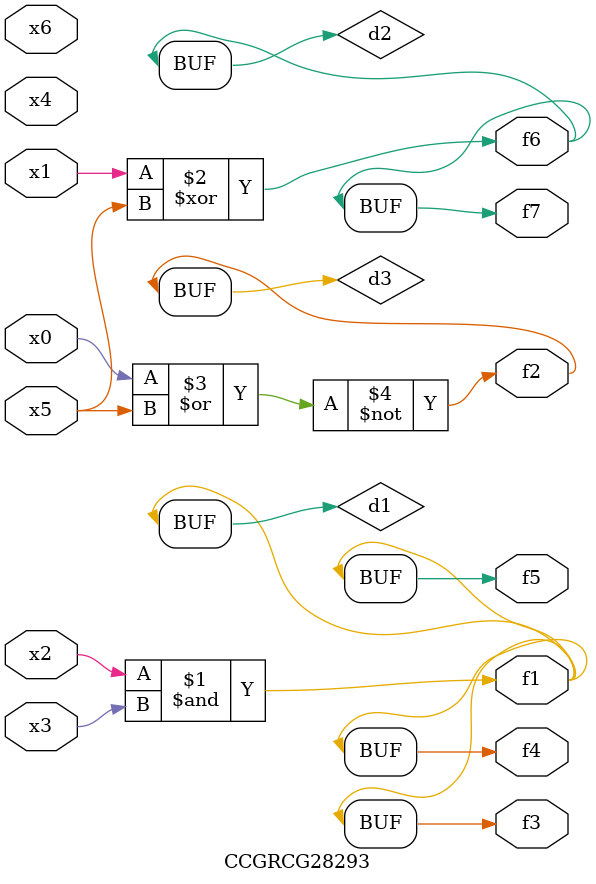
<source format=v>
module CCGRCG28293(
	input x0, x1, x2, x3, x4, x5, x6,
	output f1, f2, f3, f4, f5, f6, f7
);

	wire d1, d2, d3;

	and (d1, x2, x3);
	xor (d2, x1, x5);
	nor (d3, x0, x5);
	assign f1 = d1;
	assign f2 = d3;
	assign f3 = d1;
	assign f4 = d1;
	assign f5 = d1;
	assign f6 = d2;
	assign f7 = d2;
endmodule

</source>
